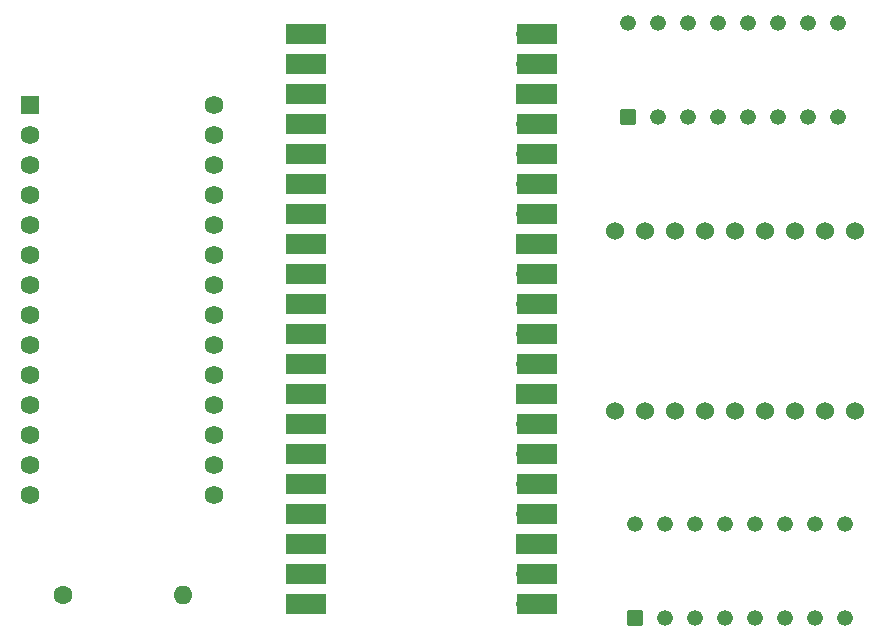
<source format=gbr>
%TF.GenerationSoftware,KiCad,Pcbnew,8.0.0*%
%TF.CreationDate,2025-01-03T13:29:39-06:00*%
%TF.ProjectId,TheGoldfish,54686547-6f6c-4646-9669-73682e6b6963,1*%
%TF.SameCoordinates,Original*%
%TF.FileFunction,Soldermask,Top*%
%TF.FilePolarity,Negative*%
%FSLAX46Y46*%
G04 Gerber Fmt 4.6, Leading zero omitted, Abs format (unit mm)*
G04 Created by KiCad (PCBNEW 8.0.0) date 2025-01-03 13:29:39*
%MOMM*%
%LPD*%
G01*
G04 APERTURE LIST*
G04 Aperture macros list*
%AMRoundRect*
0 Rectangle with rounded corners*
0 $1 Rounding radius*
0 $2 $3 $4 $5 $6 $7 $8 $9 X,Y pos of 4 corners*
0 Add a 4 corners polygon primitive as box body*
4,1,4,$2,$3,$4,$5,$6,$7,$8,$9,$2,$3,0*
0 Add four circle primitives for the rounded corners*
1,1,$1+$1,$2,$3*
1,1,$1+$1,$4,$5*
1,1,$1+$1,$6,$7*
1,1,$1+$1,$8,$9*
0 Add four rect primitives between the rounded corners*
20,1,$1+$1,$2,$3,$4,$5,0*
20,1,$1+$1,$4,$5,$6,$7,0*
20,1,$1+$1,$6,$7,$8,$9,0*
20,1,$1+$1,$8,$9,$2,$3,0*%
G04 Aperture macros list end*
%ADD10C,1.600000*%
%ADD11O,1.600000X1.600000*%
%ADD12RoundRect,0.102000X0.565000X-0.565000X0.565000X0.565000X-0.565000X0.565000X-0.565000X-0.565000X0*%
%ADD13C,1.334000*%
%ADD14RoundRect,0.102000X-0.689000X-0.689000X0.689000X-0.689000X0.689000X0.689000X-0.689000X0.689000X0*%
%ADD15C,1.582000*%
%ADD16O,1.700000X1.700000*%
%ADD17R,3.500000X1.700000*%
%ADD18R,1.700000X1.700000*%
%ADD19C,1.524000*%
G04 APERTURE END LIST*
D10*
%TO.C,R1*%
X80670000Y-99250000D03*
D11*
X90830000Y-99250000D03*
%TD*%
D12*
%TO.C,U3*%
X128550000Y-58757500D03*
D13*
X131090000Y-58757500D03*
X133630000Y-58757500D03*
X136170000Y-58757500D03*
X138710000Y-58757500D03*
X141250000Y-58757500D03*
X143790000Y-58757500D03*
X146330000Y-58757500D03*
X146330000Y-50817500D03*
X143790000Y-50817500D03*
X141250000Y-50817500D03*
X138710000Y-50817500D03*
X136170000Y-50817500D03*
X133630000Y-50817500D03*
X131090000Y-50817500D03*
X128550000Y-50817500D03*
%TD*%
D14*
%TO.C,U2*%
X77942500Y-57740000D03*
D15*
X77942500Y-60280000D03*
X77942500Y-62820000D03*
X77942500Y-65360000D03*
X77942500Y-67900000D03*
X77942500Y-70440000D03*
X77942500Y-72980000D03*
X77942500Y-75520000D03*
X77942500Y-78060000D03*
X77942500Y-80600000D03*
X77942500Y-83140000D03*
X77942500Y-85680000D03*
X77942500Y-88220000D03*
X77942500Y-90760000D03*
X93500000Y-90760000D03*
X93500000Y-88220000D03*
X93500000Y-85680000D03*
X93500000Y-83140000D03*
X93500000Y-80600000D03*
X93500000Y-78060000D03*
X93500000Y-75520000D03*
X93500000Y-72980000D03*
X93500000Y-70440000D03*
X93500000Y-67900000D03*
X93500000Y-65360000D03*
X93500000Y-62820000D03*
X93500000Y-60280000D03*
X93500000Y-57740000D03*
%TD*%
D12*
%TO.C,U4*%
X129110000Y-101197500D03*
D13*
X131650000Y-101197500D03*
X134190000Y-101197500D03*
X136730000Y-101197500D03*
X139270000Y-101197500D03*
X141810000Y-101197500D03*
X144350000Y-101197500D03*
X146890000Y-101197500D03*
X146890000Y-93257500D03*
X144350000Y-93257500D03*
X141810000Y-93257500D03*
X139270000Y-93257500D03*
X136730000Y-93257500D03*
X134190000Y-93257500D03*
X131650000Y-93257500D03*
X129110000Y-93257500D03*
%TD*%
D16*
%TO.C,U1*%
X102160000Y-51730000D03*
D17*
X101260000Y-51730000D03*
D16*
X102160000Y-54270000D03*
D17*
X101260000Y-54270000D03*
D18*
X102160000Y-56810000D03*
D17*
X101260000Y-56810000D03*
D16*
X102160000Y-59350000D03*
D17*
X101260000Y-59350000D03*
D16*
X102160000Y-61890000D03*
D17*
X101260000Y-61890000D03*
D16*
X102160000Y-64430000D03*
D17*
X101260000Y-64430000D03*
D16*
X102160000Y-66970000D03*
D17*
X101260000Y-66970000D03*
D18*
X102160000Y-69510000D03*
D17*
X101260000Y-69510000D03*
D16*
X102160000Y-72050000D03*
D17*
X101260000Y-72050000D03*
D16*
X102160000Y-74590000D03*
D17*
X101260000Y-74590000D03*
D16*
X102160000Y-77130000D03*
D17*
X101260000Y-77130000D03*
D16*
X102160000Y-79670000D03*
D17*
X101260000Y-79670000D03*
D18*
X102160000Y-82210000D03*
D17*
X101260000Y-82210000D03*
D16*
X102160000Y-84750000D03*
D17*
X101260000Y-84750000D03*
D16*
X102160000Y-87290000D03*
D17*
X101260000Y-87290000D03*
D16*
X102160000Y-89830000D03*
D17*
X101260000Y-89830000D03*
D16*
X102160000Y-92370000D03*
D17*
X101260000Y-92370000D03*
D18*
X102160000Y-94910000D03*
D17*
X101260000Y-94910000D03*
D16*
X102160000Y-97450000D03*
D17*
X101260000Y-97450000D03*
D16*
X102160000Y-99990000D03*
D17*
X101260000Y-99990000D03*
D16*
X119940000Y-99990000D03*
D17*
X120840000Y-99990000D03*
D16*
X119940000Y-97450000D03*
D17*
X120840000Y-97450000D03*
D18*
X119940000Y-94910000D03*
D17*
X120840000Y-94910000D03*
D16*
X119940000Y-92370000D03*
D17*
X120840000Y-92370000D03*
D16*
X119940000Y-89830000D03*
D17*
X120840000Y-89830000D03*
D16*
X119940000Y-87290000D03*
D17*
X120840000Y-87290000D03*
D16*
X119940000Y-84750000D03*
D17*
X120840000Y-84750000D03*
D18*
X119940000Y-82210000D03*
D17*
X120840000Y-82210000D03*
D16*
X119940000Y-79670000D03*
D17*
X120840000Y-79670000D03*
D16*
X119940000Y-77130000D03*
D17*
X120840000Y-77130000D03*
D16*
X119940000Y-74590000D03*
D17*
X120840000Y-74590000D03*
D16*
X119940000Y-72050000D03*
D17*
X120840000Y-72050000D03*
D18*
X119940000Y-69510000D03*
D17*
X120840000Y-69510000D03*
D16*
X119940000Y-66970000D03*
D17*
X120840000Y-66970000D03*
D16*
X119940000Y-64430000D03*
D17*
X120840000Y-64430000D03*
D16*
X119940000Y-61890000D03*
D17*
X120840000Y-61890000D03*
D16*
X119940000Y-59350000D03*
D17*
X120840000Y-59350000D03*
D18*
X119940000Y-56810000D03*
D17*
X120840000Y-56810000D03*
D16*
X119940000Y-54270000D03*
D17*
X120840000Y-54270000D03*
D16*
X119940000Y-51730000D03*
D17*
X120840000Y-51730000D03*
%TD*%
D19*
%TO.C,Dual-7-Seg1*%
X127440000Y-83720000D03*
X129980000Y-83720000D03*
X132520000Y-83720000D03*
X135060000Y-83720000D03*
X137600000Y-83720000D03*
X140140000Y-83720000D03*
X142680000Y-83720000D03*
X145220000Y-83720000D03*
X147760000Y-83720000D03*
X147760000Y-68480000D03*
X145220000Y-68480000D03*
X142680000Y-68480000D03*
X140140000Y-68480000D03*
X137600000Y-68480000D03*
X135060000Y-68480000D03*
X132520000Y-68480000D03*
X129980000Y-68480000D03*
X127440000Y-68480000D03*
%TD*%
M02*

</source>
